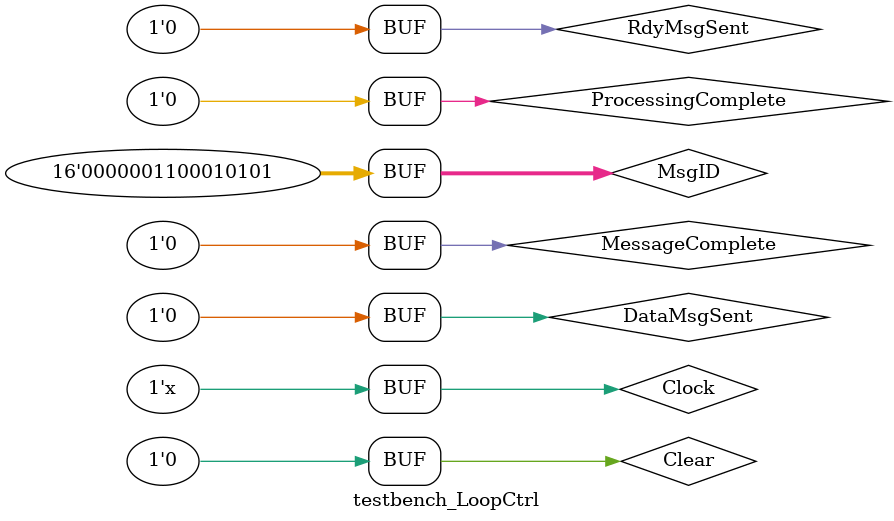
<source format=v>

/*
    testbench_LoopCtrl
*/    

`timescale 1ns / 1ps

module testbench_LoopCtrl;

    localparam LoadDataMsgID = 16'd123;
    localparam RunProcMsgID  = 16'd456;
    localparam SendDataMsgID = 16'd789;
    
    reg  Clock = 0;
	reg  Clear = 0;
	
	reg MessageComplete = 0;
	wire SMessageComplete;	
	reg [15:0] MsgID = SendDataMsgID;

    reg ProcessingComplete = 0;
    wire SProcessingComplete;
    
    reg  DataMsgSent = 0;
    wire SDataMsgSent;
    reg  RdyMsgSent = 0;
    wire SRdyMsgSent;

    wire RunProcessing;
    wire SendReadyMsg;
    wire SendDataMsg;
    wire IncrSeqCntr;
    wire MsgMuxSelect;

    
    Loopback_Ctrl #(.LoadDataMsgID (LoadDataMsgID), .RunProcessingMsgID (RunProcMsgID), .SendDataMsgID (SendDataMsgID))
                U1 (.Clock (Clock),
                    .Clear (Clear),
					.MessageComplete (SMessageComplete),
					.MessageID (MsgID),
					.RunProcessing (RunProcessing),
                    .SendReadyMsg (SendRdyMsg),
                    .SendDataMsg (SendDataMsg),
                    .IncrSeqCntr (IncrSeqCntr),
                    .ProcessingComplete (SProcessingComplete),
                    .MsgMuxSelect (MsgMuxSelect),
                    .RdyMsgSent (SRdyMsgSent),
                    .DataMsgSent (SDataMsgSent));

	SyncOneShot U2 (.trigger (MessageComplete), .clk (Clock), .clr (Clear), .Q (SMessageComplete)),
	            U3 (.trigger (ProcessingComplete), .clk (Clock), .clr (Clear), .Q (SProcessingComplete)),
	            U4 (.trigger (DataMsgSent), .clk (Clock), .clr (Clear), .Q (SDataMsgSent)),
	            U5 (.trigger (RdyMsgSent), .clk (Clock), .clr (Clear), .Q (SRdyMsgSent));
	
    //
    // test bench initializations
    //    
    initial
    begin
        $display ("module: %m");
    //    $monitor ($time, " state %d, msgByte 0x%h, WriteByte %h", U1.state, U1.MessageByte, U1.WriteDataByte);
                            
            Clear = 1;
        #50 Clear = 0;
    end

    //
    // clock period
    //
    always
        #5 Clock = ~Clock;  
        
    //
    // test run
    //

    initial
    begin
//      #123 MessageComplete = 1;
//	    #30  MessageComplete = 0;	
//      #200 DataMsgSent = 1;
//	    #30  DataMsgSent = 0;
	
        #123 ProcessingComplete = 1;
	    #30  ProcessingComplete = 0;
	    #200 RdyMsgSent = 1;
	    #30  RdyMsgSent = 0;
	
    //	#500 $finish;
	end
endmodule

</source>
